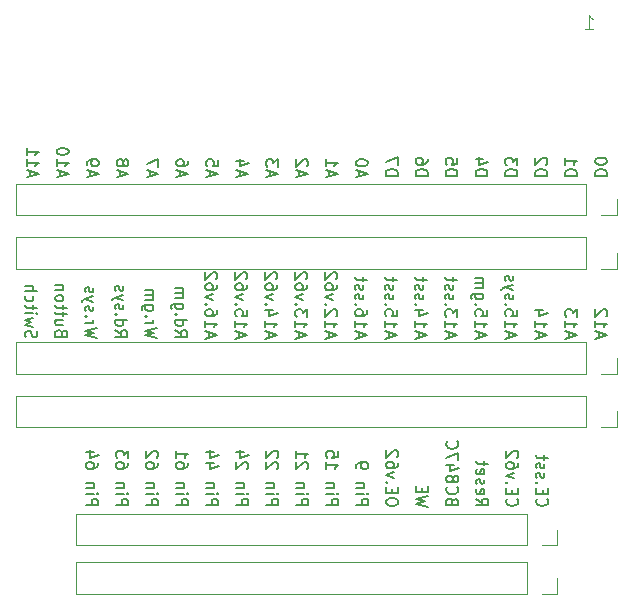
<source format=gbr>
%TF.GenerationSoftware,KiCad,Pcbnew,(6.0.2)*%
%TF.CreationDate,2022-11-18T22:33:18-06:00*%
%TF.ProjectId,REF1395A Optimized,52454631-3339-4354-9120-4f7074696d69,rev?*%
%TF.SameCoordinates,Original*%
%TF.FileFunction,Legend,Bot*%
%TF.FilePolarity,Positive*%
%FSLAX46Y46*%
G04 Gerber Fmt 4.6, Leading zero omitted, Abs format (unit mm)*
G04 Created by KiCad (PCBNEW (6.0.2)) date 2022-11-18 22:33:18*
%MOMM*%
%LPD*%
G01*
G04 APERTURE LIST*
%ADD10C,0.150000*%
%ADD11C,0.101600*%
%ADD12C,0.120000*%
G04 APERTURE END LIST*
D10*
X140684916Y-108490475D02*
X140684916Y-108014285D01*
X140399202Y-108585713D02*
X141399202Y-108252380D01*
X140399202Y-107919047D01*
X140399202Y-107061904D02*
X140399202Y-107633332D01*
X140399202Y-107347618D02*
X141399202Y-107347618D01*
X141256344Y-107442856D01*
X141161106Y-107538094D01*
X141113487Y-107633332D01*
X141065868Y-106204761D02*
X140399202Y-106204761D01*
X141446821Y-106442856D02*
X140732535Y-106680951D01*
X140732535Y-106061904D01*
X140494440Y-105680951D02*
X140446821Y-105633332D01*
X140399202Y-105680951D01*
X140446821Y-105728571D01*
X140494440Y-105680951D01*
X140399202Y-105680951D01*
X141065868Y-105299999D02*
X140399202Y-105061904D01*
X141065868Y-104823809D01*
X141399202Y-104014285D02*
X141399202Y-104204761D01*
X141351583Y-104299999D01*
X141303963Y-104347618D01*
X141161106Y-104442856D01*
X140970630Y-104490475D01*
X140589678Y-104490475D01*
X140494440Y-104442856D01*
X140446821Y-104395237D01*
X140399202Y-104299999D01*
X140399202Y-104109523D01*
X140446821Y-104014285D01*
X140494440Y-103966666D01*
X140589678Y-103919047D01*
X140827773Y-103919047D01*
X140923011Y-103966666D01*
X140970630Y-104014285D01*
X141018249Y-104109523D01*
X141018249Y-104299999D01*
X140970630Y-104395237D01*
X140923011Y-104442856D01*
X140827773Y-104490475D01*
X141303963Y-103538094D02*
X141351583Y-103490475D01*
X141399202Y-103395237D01*
X141399202Y-103157142D01*
X141351583Y-103061904D01*
X141303963Y-103014285D01*
X141208725Y-102966666D01*
X141113487Y-102966666D01*
X140970630Y-103014285D01*
X140399202Y-103585713D01*
X140399202Y-102966666D01*
X150592520Y-94804095D02*
X151592520Y-94804095D01*
X151592520Y-94566000D01*
X151544901Y-94423142D01*
X151449662Y-94327904D01*
X151354424Y-94280285D01*
X151163948Y-94232666D01*
X151021091Y-94232666D01*
X150830615Y-94280285D01*
X150735377Y-94327904D01*
X150640139Y-94423142D01*
X150592520Y-94566000D01*
X150592520Y-94804095D01*
X151592520Y-93899333D02*
X151592520Y-93232666D01*
X150592520Y-93661238D01*
X150840704Y-108490476D02*
X150840704Y-108014286D01*
X150554990Y-108585714D02*
X151554990Y-108252381D01*
X150554990Y-107919047D01*
X150554990Y-107061905D02*
X150554990Y-107633333D01*
X150554990Y-107347619D02*
X151554990Y-107347619D01*
X151412132Y-107442857D01*
X151316894Y-107538095D01*
X151269275Y-107633333D01*
X151554990Y-106157143D02*
X151554990Y-106633333D01*
X151078799Y-106680952D01*
X151126418Y-106633333D01*
X151174037Y-106538095D01*
X151174037Y-106300000D01*
X151126418Y-106204762D01*
X151078799Y-106157143D01*
X150983561Y-106109524D01*
X150745466Y-106109524D01*
X150650228Y-106157143D01*
X150602609Y-106204762D01*
X150554990Y-106300000D01*
X150554990Y-106538095D01*
X150602609Y-106633333D01*
X150650228Y-106680952D01*
X150650228Y-105680952D02*
X150602609Y-105633333D01*
X150554990Y-105680952D01*
X150602609Y-105728571D01*
X150650228Y-105680952D01*
X150554990Y-105680952D01*
X150602609Y-105252381D02*
X150554990Y-105157143D01*
X150554990Y-104966667D01*
X150602609Y-104871428D01*
X150697847Y-104823809D01*
X150745466Y-104823809D01*
X150840704Y-104871428D01*
X150888323Y-104966667D01*
X150888323Y-105109524D01*
X150935942Y-105204762D01*
X151031180Y-105252381D01*
X151078799Y-105252381D01*
X151174037Y-105204762D01*
X151221656Y-105109524D01*
X151221656Y-104966667D01*
X151174037Y-104871428D01*
X150602609Y-104442857D02*
X150554990Y-104347619D01*
X150554990Y-104157143D01*
X150602609Y-104061905D01*
X150697847Y-104014286D01*
X150745466Y-104014286D01*
X150840704Y-104061905D01*
X150888323Y-104157143D01*
X150888323Y-104300000D01*
X150935942Y-104395238D01*
X151031180Y-104442857D01*
X151078799Y-104442857D01*
X151174037Y-104395238D01*
X151221656Y-104300000D01*
X151221656Y-104157143D01*
X151174037Y-104061905D01*
X151221656Y-103728571D02*
X151221656Y-103347619D01*
X151554990Y-103585714D02*
X150697847Y-103585714D01*
X150602609Y-103538095D01*
X150554990Y-103442857D01*
X150554990Y-103347619D01*
X145553888Y-122712619D02*
X146553888Y-122712619D01*
X146553888Y-122331666D01*
X146506269Y-122236428D01*
X146458649Y-122188809D01*
X146363411Y-122141190D01*
X146220554Y-122141190D01*
X146125316Y-122188809D01*
X146077697Y-122236428D01*
X146030078Y-122331666D01*
X146030078Y-122712619D01*
X145553888Y-121712619D02*
X146220554Y-121712619D01*
X146553888Y-121712619D02*
X146506269Y-121760238D01*
X146458649Y-121712619D01*
X146506269Y-121665000D01*
X146553888Y-121712619D01*
X146458649Y-121712619D01*
X146220554Y-121236428D02*
X145553888Y-121236428D01*
X146125316Y-121236428D02*
X146172935Y-121188809D01*
X146220554Y-121093571D01*
X146220554Y-120950714D01*
X146172935Y-120855476D01*
X146077697Y-120807857D01*
X145553888Y-120807857D01*
X145553888Y-119045952D02*
X145553888Y-119617381D01*
X145553888Y-119331666D02*
X146553888Y-119331666D01*
X146411030Y-119426905D01*
X146315792Y-119522143D01*
X146268173Y-119617381D01*
X146553888Y-118141190D02*
X146553888Y-118617381D01*
X146077697Y-118665000D01*
X146125316Y-118617381D01*
X146172935Y-118522143D01*
X146172935Y-118284047D01*
X146125316Y-118188809D01*
X146077697Y-118141190D01*
X145982459Y-118093571D01*
X145744364Y-118093571D01*
X145649126Y-118141190D01*
X145601507Y-118188809D01*
X145553888Y-118284047D01*
X145553888Y-118522143D01*
X145601507Y-118617381D01*
X145649126Y-118665000D01*
X160721148Y-94804095D02*
X161721148Y-94804095D01*
X161721148Y-94566000D01*
X161673529Y-94423142D01*
X161578290Y-94327904D01*
X161483052Y-94280285D01*
X161292576Y-94232666D01*
X161149719Y-94232666D01*
X160959243Y-94280285D01*
X160864005Y-94327904D01*
X160768767Y-94423142D01*
X160721148Y-94566000D01*
X160721148Y-94804095D01*
X161721148Y-93899333D02*
X161721148Y-93280285D01*
X161340195Y-93613619D01*
X161340195Y-93470761D01*
X161292576Y-93375523D01*
X161244957Y-93327904D01*
X161149719Y-93280285D01*
X160911624Y-93280285D01*
X160816386Y-93327904D01*
X160768767Y-93375523D01*
X160721148Y-93470761D01*
X160721148Y-93756476D01*
X160768767Y-93851714D01*
X160816386Y-93899333D01*
X145813920Y-94851713D02*
X145813920Y-94375523D01*
X145528206Y-94946951D02*
X146528206Y-94613618D01*
X145528206Y-94280285D01*
X145528206Y-93423142D02*
X145528206Y-93994570D01*
X145528206Y-93708856D02*
X146528206Y-93708856D01*
X146385348Y-93804094D01*
X146290110Y-93899332D01*
X146242491Y-93994570D01*
X148301757Y-108490476D02*
X148301757Y-108014286D01*
X148016043Y-108585714D02*
X149016043Y-108252381D01*
X148016043Y-107919047D01*
X148016043Y-107061905D02*
X148016043Y-107633333D01*
X148016043Y-107347619D02*
X149016043Y-107347619D01*
X148873185Y-107442857D01*
X148777947Y-107538095D01*
X148730328Y-107633333D01*
X149016043Y-106204762D02*
X149016043Y-106395238D01*
X148968424Y-106490476D01*
X148920804Y-106538095D01*
X148777947Y-106633333D01*
X148587471Y-106680952D01*
X148206519Y-106680952D01*
X148111281Y-106633333D01*
X148063662Y-106585714D01*
X148016043Y-106490476D01*
X148016043Y-106300000D01*
X148063662Y-106204762D01*
X148111281Y-106157143D01*
X148206519Y-106109524D01*
X148444614Y-106109524D01*
X148539852Y-106157143D01*
X148587471Y-106204762D01*
X148635090Y-106300000D01*
X148635090Y-106490476D01*
X148587471Y-106585714D01*
X148539852Y-106633333D01*
X148444614Y-106680952D01*
X148111281Y-105680952D02*
X148063662Y-105633333D01*
X148016043Y-105680952D01*
X148063662Y-105728571D01*
X148111281Y-105680952D01*
X148016043Y-105680952D01*
X148063662Y-105252381D02*
X148016043Y-105157143D01*
X148016043Y-104966667D01*
X148063662Y-104871428D01*
X148158900Y-104823809D01*
X148206519Y-104823809D01*
X148301757Y-104871428D01*
X148349376Y-104966667D01*
X148349376Y-105109524D01*
X148396995Y-105204762D01*
X148492233Y-105252381D01*
X148539852Y-105252381D01*
X148635090Y-105204762D01*
X148682709Y-105109524D01*
X148682709Y-104966667D01*
X148635090Y-104871428D01*
X148063662Y-104442857D02*
X148016043Y-104347619D01*
X148016043Y-104157143D01*
X148063662Y-104061905D01*
X148158900Y-104014286D01*
X148206519Y-104014286D01*
X148301757Y-104061905D01*
X148349376Y-104157143D01*
X148349376Y-104300000D01*
X148396995Y-104395238D01*
X148492233Y-104442857D01*
X148539852Y-104442857D01*
X148635090Y-104395238D01*
X148682709Y-104300000D01*
X148682709Y-104157143D01*
X148635090Y-104061905D01*
X148682709Y-103728571D02*
X148682709Y-103347619D01*
X149016043Y-103585714D02*
X148158900Y-103585714D01*
X148063662Y-103538095D01*
X148016043Y-103442857D01*
X148016043Y-103347619D01*
X135607022Y-108490475D02*
X135607022Y-108014285D01*
X135321308Y-108585713D02*
X136321308Y-108252380D01*
X135321308Y-107919047D01*
X135321308Y-107061904D02*
X135321308Y-107633332D01*
X135321308Y-107347618D02*
X136321308Y-107347618D01*
X136178450Y-107442856D01*
X136083212Y-107538094D01*
X136035593Y-107633332D01*
X136321308Y-106204761D02*
X136321308Y-106395237D01*
X136273689Y-106490475D01*
X136226069Y-106538094D01*
X136083212Y-106633332D01*
X135892736Y-106680951D01*
X135511784Y-106680951D01*
X135416546Y-106633332D01*
X135368927Y-106585713D01*
X135321308Y-106490475D01*
X135321308Y-106299999D01*
X135368927Y-106204761D01*
X135416546Y-106157142D01*
X135511784Y-106109523D01*
X135749879Y-106109523D01*
X135845117Y-106157142D01*
X135892736Y-106204761D01*
X135940355Y-106299999D01*
X135940355Y-106490475D01*
X135892736Y-106585713D01*
X135845117Y-106633332D01*
X135749879Y-106680951D01*
X135416546Y-105680951D02*
X135368927Y-105633332D01*
X135321308Y-105680951D01*
X135368927Y-105728571D01*
X135416546Y-105680951D01*
X135321308Y-105680951D01*
X135987974Y-105299999D02*
X135321308Y-105061904D01*
X135987974Y-104823809D01*
X136321308Y-104014285D02*
X136321308Y-104204761D01*
X136273689Y-104299999D01*
X136226069Y-104347618D01*
X136083212Y-104442856D01*
X135892736Y-104490475D01*
X135511784Y-104490475D01*
X135416546Y-104442856D01*
X135368927Y-104395237D01*
X135321308Y-104299999D01*
X135321308Y-104109523D01*
X135368927Y-104014285D01*
X135416546Y-103966666D01*
X135511784Y-103919047D01*
X135749879Y-103919047D01*
X135845117Y-103966666D01*
X135892736Y-104014285D01*
X135940355Y-104109523D01*
X135940355Y-104299999D01*
X135892736Y-104395237D01*
X135845117Y-104442856D01*
X135749879Y-104490475D01*
X136226069Y-103538094D02*
X136273689Y-103490475D01*
X136321308Y-103395237D01*
X136321308Y-103157142D01*
X136273689Y-103061904D01*
X136226069Y-103014285D01*
X136130831Y-102966666D01*
X136035593Y-102966666D01*
X135892736Y-103014285D01*
X135321308Y-103585713D01*
X135321308Y-102966666D01*
X127770157Y-122712619D02*
X128770157Y-122712619D01*
X128770157Y-122331666D01*
X128722538Y-122236428D01*
X128674918Y-122188809D01*
X128579680Y-122141190D01*
X128436823Y-122141190D01*
X128341585Y-122188809D01*
X128293966Y-122236428D01*
X128246347Y-122331666D01*
X128246347Y-122712619D01*
X127770157Y-121712619D02*
X128436823Y-121712619D01*
X128770157Y-121712619D02*
X128722538Y-121760238D01*
X128674918Y-121712619D01*
X128722538Y-121665000D01*
X128770157Y-121712619D01*
X128674918Y-121712619D01*
X128436823Y-121236428D02*
X127770157Y-121236428D01*
X128341585Y-121236428D02*
X128389204Y-121188809D01*
X128436823Y-121093571D01*
X128436823Y-120950714D01*
X128389204Y-120855476D01*
X128293966Y-120807857D01*
X127770157Y-120807857D01*
X128770157Y-119141190D02*
X128770157Y-119331666D01*
X128722538Y-119426905D01*
X128674918Y-119474524D01*
X128532061Y-119569762D01*
X128341585Y-119617381D01*
X127960633Y-119617381D01*
X127865395Y-119569762D01*
X127817776Y-119522143D01*
X127770157Y-119426905D01*
X127770157Y-119236428D01*
X127817776Y-119141190D01*
X127865395Y-119093571D01*
X127960633Y-119045952D01*
X128198728Y-119045952D01*
X128293966Y-119093571D01*
X128341585Y-119141190D01*
X128389204Y-119236428D01*
X128389204Y-119426905D01*
X128341585Y-119522143D01*
X128293966Y-119569762D01*
X128198728Y-119617381D01*
X128770157Y-118712619D02*
X128770157Y-118093571D01*
X128389204Y-118426905D01*
X128389204Y-118284047D01*
X128341585Y-118188809D01*
X128293966Y-118141190D01*
X128198728Y-118093571D01*
X127960633Y-118093571D01*
X127865395Y-118141190D01*
X127817776Y-118188809D01*
X127770157Y-118284047D01*
X127770157Y-118569762D01*
X127817776Y-118665000D01*
X127865395Y-118712619D01*
X135685292Y-94851713D02*
X135685292Y-94375523D01*
X135399578Y-94946951D02*
X136399578Y-94613618D01*
X135399578Y-94280285D01*
X136399578Y-93470761D02*
X136399578Y-93946951D01*
X135923387Y-93994570D01*
X135971006Y-93946951D01*
X136018625Y-93851713D01*
X136018625Y-93613618D01*
X135971006Y-93518380D01*
X135923387Y-93470761D01*
X135828149Y-93423142D01*
X135590054Y-93423142D01*
X135494816Y-93470761D01*
X135447197Y-93518380D01*
X135399578Y-93613618D01*
X135399578Y-93851713D01*
X135447197Y-93946951D01*
X135494816Y-93994570D01*
X168317619Y-94804095D02*
X169317619Y-94804095D01*
X169317619Y-94566000D01*
X169270000Y-94423142D01*
X169174761Y-94327904D01*
X169079523Y-94280285D01*
X168889047Y-94232666D01*
X168746190Y-94232666D01*
X168555714Y-94280285D01*
X168460476Y-94327904D01*
X168365238Y-94423142D01*
X168317619Y-94566000D01*
X168317619Y-94804095D01*
X169317619Y-93613619D02*
X169317619Y-93518380D01*
X169270000Y-93423142D01*
X169222380Y-93375523D01*
X169127142Y-93327904D01*
X168936666Y-93280285D01*
X168698571Y-93280285D01*
X168508095Y-93327904D01*
X168412857Y-93375523D01*
X168365238Y-93423142D01*
X168317619Y-93518380D01*
X168317619Y-93613619D01*
X168365238Y-93708857D01*
X168412857Y-93756476D01*
X168508095Y-93804095D01*
X168698571Y-93851714D01*
X168936666Y-93851714D01*
X169127142Y-93804095D01*
X169222380Y-93756476D01*
X169270000Y-93708857D01*
X169317619Y-93613619D01*
X138217449Y-94851713D02*
X138217449Y-94375523D01*
X137931735Y-94946951D02*
X138931735Y-94613618D01*
X137931735Y-94280285D01*
X138598401Y-93518380D02*
X137931735Y-93518380D01*
X138979354Y-93756475D02*
X138265068Y-93994570D01*
X138265068Y-93375523D01*
X130310690Y-122712619D02*
X131310690Y-122712619D01*
X131310690Y-122331666D01*
X131263071Y-122236428D01*
X131215451Y-122188809D01*
X131120213Y-122141190D01*
X130977356Y-122141190D01*
X130882118Y-122188809D01*
X130834499Y-122236428D01*
X130786880Y-122331666D01*
X130786880Y-122712619D01*
X130310690Y-121712619D02*
X130977356Y-121712619D01*
X131310690Y-121712619D02*
X131263071Y-121760238D01*
X131215451Y-121712619D01*
X131263071Y-121665000D01*
X131310690Y-121712619D01*
X131215451Y-121712619D01*
X130977356Y-121236428D02*
X130310690Y-121236428D01*
X130882118Y-121236428D02*
X130929737Y-121188809D01*
X130977356Y-121093571D01*
X130977356Y-120950714D01*
X130929737Y-120855476D01*
X130834499Y-120807857D01*
X130310690Y-120807857D01*
X131310690Y-119141190D02*
X131310690Y-119331666D01*
X131263071Y-119426905D01*
X131215451Y-119474524D01*
X131072594Y-119569762D01*
X130882118Y-119617381D01*
X130501166Y-119617381D01*
X130405928Y-119569762D01*
X130358309Y-119522143D01*
X130310690Y-119426905D01*
X130310690Y-119236428D01*
X130358309Y-119141190D01*
X130405928Y-119093571D01*
X130501166Y-119045952D01*
X130739261Y-119045952D01*
X130834499Y-119093571D01*
X130882118Y-119141190D01*
X130929737Y-119236428D01*
X130929737Y-119426905D01*
X130882118Y-119522143D01*
X130834499Y-119569762D01*
X130739261Y-119617381D01*
X131215451Y-118665000D02*
X131263071Y-118617381D01*
X131310690Y-118522143D01*
X131310690Y-118284047D01*
X131263071Y-118188809D01*
X131215451Y-118141190D01*
X131120213Y-118093571D01*
X131024975Y-118093571D01*
X130882118Y-118141190D01*
X130310690Y-118712619D01*
X130310690Y-118093571D01*
X160892324Y-122141190D02*
X160844705Y-122188809D01*
X160797086Y-122331666D01*
X160797086Y-122426905D01*
X160844705Y-122569762D01*
X160939943Y-122665000D01*
X161035181Y-122712619D01*
X161225657Y-122760238D01*
X161368514Y-122760238D01*
X161558990Y-122712619D01*
X161654228Y-122665000D01*
X161749467Y-122569762D01*
X161797086Y-122426905D01*
X161797086Y-122331666D01*
X161749467Y-122188809D01*
X161701847Y-122141190D01*
X161320895Y-121712619D02*
X161320895Y-121379285D01*
X160797086Y-121236428D02*
X160797086Y-121712619D01*
X161797086Y-121712619D01*
X161797086Y-121236428D01*
X160892324Y-120807857D02*
X160844705Y-120760238D01*
X160797086Y-120807857D01*
X160844705Y-120855476D01*
X160892324Y-120807857D01*
X160797086Y-120807857D01*
X161463752Y-120426905D02*
X160797086Y-120188809D01*
X161463752Y-119950714D01*
X161797086Y-119141190D02*
X161797086Y-119331666D01*
X161749467Y-119426905D01*
X161701847Y-119474524D01*
X161558990Y-119569762D01*
X161368514Y-119617381D01*
X160987562Y-119617381D01*
X160892324Y-119569762D01*
X160844705Y-119522143D01*
X160797086Y-119426905D01*
X160797086Y-119236428D01*
X160844705Y-119141190D01*
X160892324Y-119093571D01*
X160987562Y-119045952D01*
X161225657Y-119045952D01*
X161320895Y-119093571D01*
X161368514Y-119141190D01*
X161416133Y-119236428D01*
X161416133Y-119426905D01*
X161368514Y-119522143D01*
X161320895Y-119569762D01*
X161225657Y-119617381D01*
X161701847Y-118665000D02*
X161749467Y-118617381D01*
X161797086Y-118522143D01*
X161797086Y-118284047D01*
X161749467Y-118188809D01*
X161701847Y-118141190D01*
X161606609Y-118093571D01*
X161511371Y-118093571D01*
X161368514Y-118141190D01*
X160797086Y-118712619D01*
X160797086Y-118093571D01*
X148094421Y-122712618D02*
X149094421Y-122712618D01*
X149094421Y-122331666D01*
X149046802Y-122236428D01*
X148999182Y-122188809D01*
X148903944Y-122141190D01*
X148761087Y-122141190D01*
X148665849Y-122188809D01*
X148618230Y-122236428D01*
X148570611Y-122331666D01*
X148570611Y-122712618D01*
X148094421Y-121712618D02*
X148761087Y-121712618D01*
X149094421Y-121712618D02*
X149046802Y-121760237D01*
X148999182Y-121712618D01*
X149046802Y-121664999D01*
X149094421Y-121712618D01*
X148999182Y-121712618D01*
X148761087Y-121236428D02*
X148094421Y-121236428D01*
X148665849Y-121236428D02*
X148713468Y-121188809D01*
X148761087Y-121093571D01*
X148761087Y-120950714D01*
X148713468Y-120855475D01*
X148618230Y-120807856D01*
X148094421Y-120807856D01*
X148094421Y-119522142D02*
X148094421Y-119331666D01*
X148142040Y-119236428D01*
X148189659Y-119188809D01*
X148332516Y-119093571D01*
X148522992Y-119045952D01*
X148903944Y-119045952D01*
X148999182Y-119093571D01*
X149046802Y-119141190D01*
X149094421Y-119236428D01*
X149094421Y-119426904D01*
X149046802Y-119522142D01*
X148999182Y-119569761D01*
X148903944Y-119617380D01*
X148665849Y-119617380D01*
X148570611Y-119569761D01*
X148522992Y-119522142D01*
X148475373Y-119426904D01*
X148475373Y-119236428D01*
X148522992Y-119141190D01*
X148570611Y-119093571D01*
X148665849Y-119045952D01*
X154175487Y-122807857D02*
X153175487Y-122569762D01*
X153889772Y-122379285D01*
X153175487Y-122188809D01*
X154175487Y-121950714D01*
X153699296Y-121569762D02*
X153699296Y-121236428D01*
X153175487Y-121093571D02*
X153175487Y-121569762D01*
X154175487Y-121569762D01*
X154175487Y-121093571D01*
X132782361Y-107871428D02*
X133258551Y-108204761D01*
X132782361Y-108442856D02*
X133782361Y-108442856D01*
X133782361Y-108061904D01*
X133734742Y-107966666D01*
X133687122Y-107919047D01*
X133591884Y-107871428D01*
X133449027Y-107871428D01*
X133353789Y-107919047D01*
X133306170Y-107966666D01*
X133258551Y-108061904D01*
X133258551Y-108442856D01*
X132782361Y-107014285D02*
X133782361Y-107014285D01*
X132829980Y-107014285D02*
X132782361Y-107109523D01*
X132782361Y-107299999D01*
X132829980Y-107395237D01*
X132877599Y-107442856D01*
X132972837Y-107490475D01*
X133258551Y-107490475D01*
X133353789Y-107442856D01*
X133401408Y-107395237D01*
X133449027Y-107299999D01*
X133449027Y-107109523D01*
X133401408Y-107014285D01*
X132877599Y-106538094D02*
X132829980Y-106490475D01*
X132782361Y-106538094D01*
X132829980Y-106585713D01*
X132877599Y-106538094D01*
X132782361Y-106538094D01*
X133449027Y-105633332D02*
X132639503Y-105633332D01*
X132544265Y-105680951D01*
X132496646Y-105728570D01*
X132449027Y-105823808D01*
X132449027Y-105966666D01*
X132496646Y-106061904D01*
X132829980Y-105633332D02*
X132782361Y-105728570D01*
X132782361Y-105919047D01*
X132829980Y-106014285D01*
X132877599Y-106061904D01*
X132972837Y-106109523D01*
X133258551Y-106109523D01*
X133353789Y-106061904D01*
X133401408Y-106014285D01*
X133449027Y-105919047D01*
X133449027Y-105728570D01*
X133401408Y-105633332D01*
X132782361Y-105157142D02*
X133449027Y-105157142D01*
X133353789Y-105157142D02*
X133401408Y-105109523D01*
X133449027Y-105014285D01*
X133449027Y-104871428D01*
X133401408Y-104776189D01*
X133306170Y-104728570D01*
X132782361Y-104728570D01*
X133306170Y-104728570D02*
X133401408Y-104680951D01*
X133449027Y-104585713D01*
X133449027Y-104442856D01*
X133401408Y-104347618D01*
X133306170Y-104299999D01*
X132782361Y-104299999D01*
X143281763Y-94851713D02*
X143281763Y-94375523D01*
X142996049Y-94946951D02*
X143996049Y-94613618D01*
X142996049Y-94280285D01*
X143900810Y-93994570D02*
X143948430Y-93946951D01*
X143996049Y-93851713D01*
X143996049Y-93613618D01*
X143948430Y-93518380D01*
X143900810Y-93470761D01*
X143805572Y-93423142D01*
X143710334Y-93423142D01*
X143567477Y-93470761D01*
X142996049Y-94042189D01*
X142996049Y-93423142D01*
X140472822Y-122712619D02*
X141472822Y-122712619D01*
X141472822Y-122331666D01*
X141425203Y-122236428D01*
X141377583Y-122188809D01*
X141282345Y-122141190D01*
X141139488Y-122141190D01*
X141044250Y-122188809D01*
X140996631Y-122236428D01*
X140949012Y-122331666D01*
X140949012Y-122712619D01*
X140472822Y-121712619D02*
X141139488Y-121712619D01*
X141472822Y-121712619D02*
X141425203Y-121760238D01*
X141377583Y-121712619D01*
X141425203Y-121665000D01*
X141472822Y-121712619D01*
X141377583Y-121712619D01*
X141139488Y-121236428D02*
X140472822Y-121236428D01*
X141044250Y-121236428D02*
X141091869Y-121188809D01*
X141139488Y-121093571D01*
X141139488Y-120950714D01*
X141091869Y-120855476D01*
X140996631Y-120807857D01*
X140472822Y-120807857D01*
X141377583Y-119617381D02*
X141425203Y-119569762D01*
X141472822Y-119474524D01*
X141472822Y-119236428D01*
X141425203Y-119141190D01*
X141377583Y-119093571D01*
X141282345Y-119045952D01*
X141187107Y-119045952D01*
X141044250Y-119093571D01*
X140472822Y-119665000D01*
X140472822Y-119045952D01*
X141377583Y-118665000D02*
X141425203Y-118617381D01*
X141472822Y-118522143D01*
X141472822Y-118284047D01*
X141425203Y-118188809D01*
X141377583Y-118141190D01*
X141282345Y-118093571D01*
X141187107Y-118093571D01*
X141044250Y-118141190D01*
X140472822Y-118712619D01*
X140472822Y-118093571D01*
X158256553Y-122141190D02*
X158732743Y-122474523D01*
X158256553Y-122712618D02*
X159256553Y-122712618D01*
X159256553Y-122331666D01*
X159208934Y-122236428D01*
X159161314Y-122188809D01*
X159066076Y-122141190D01*
X158923219Y-122141190D01*
X158827981Y-122188809D01*
X158780362Y-122236428D01*
X158732743Y-122331666D01*
X158732743Y-122712618D01*
X158304172Y-121331666D02*
X158256553Y-121426904D01*
X158256553Y-121617380D01*
X158304172Y-121712618D01*
X158399410Y-121760237D01*
X158780362Y-121760237D01*
X158875600Y-121712618D01*
X158923219Y-121617380D01*
X158923219Y-121426904D01*
X158875600Y-121331666D01*
X158780362Y-121284047D01*
X158685124Y-121284047D01*
X158589886Y-121760237D01*
X158304172Y-120903095D02*
X158256553Y-120807856D01*
X158256553Y-120617380D01*
X158304172Y-120522142D01*
X158399410Y-120474523D01*
X158447029Y-120474523D01*
X158542267Y-120522142D01*
X158589886Y-120617380D01*
X158589886Y-120760237D01*
X158637505Y-120855475D01*
X158732743Y-120903095D01*
X158780362Y-120903095D01*
X158875600Y-120855475D01*
X158923219Y-120760237D01*
X158923219Y-120617380D01*
X158875600Y-120522142D01*
X158304172Y-119664999D02*
X158256553Y-119760237D01*
X158256553Y-119950714D01*
X158304172Y-120045952D01*
X158399410Y-120093571D01*
X158780362Y-120093571D01*
X158875600Y-120045952D01*
X158923219Y-119950714D01*
X158923219Y-119760237D01*
X158875600Y-119664999D01*
X158780362Y-119617380D01*
X158685124Y-119617380D01*
X158589886Y-120093571D01*
X158923219Y-119331666D02*
X158923219Y-118950714D01*
X159256553Y-119188809D02*
X158399410Y-119188809D01*
X158304172Y-119141190D01*
X158256553Y-119045952D01*
X158256553Y-118950714D01*
X158457545Y-108490476D02*
X158457545Y-108014285D01*
X158171831Y-108585714D02*
X159171831Y-108252380D01*
X158171831Y-107919047D01*
X158171831Y-107061904D02*
X158171831Y-107633333D01*
X158171831Y-107347618D02*
X159171831Y-107347618D01*
X159028973Y-107442857D01*
X158933735Y-107538095D01*
X158886116Y-107633333D01*
X159171831Y-106157142D02*
X159171831Y-106633333D01*
X158695640Y-106680952D01*
X158743259Y-106633333D01*
X158790878Y-106538095D01*
X158790878Y-106299999D01*
X158743259Y-106204761D01*
X158695640Y-106157142D01*
X158600402Y-106109523D01*
X158362307Y-106109523D01*
X158267069Y-106157142D01*
X158219450Y-106204761D01*
X158171831Y-106299999D01*
X158171831Y-106538095D01*
X158219450Y-106633333D01*
X158267069Y-106680952D01*
X158267069Y-105680952D02*
X158219450Y-105633333D01*
X158171831Y-105680952D01*
X158219450Y-105728571D01*
X158267069Y-105680952D01*
X158171831Y-105680952D01*
X158838497Y-104776190D02*
X158028973Y-104776190D01*
X157933735Y-104823809D01*
X157886116Y-104871428D01*
X157838497Y-104966666D01*
X157838497Y-105109523D01*
X157886116Y-105204761D01*
X158219450Y-104776190D02*
X158171831Y-104871428D01*
X158171831Y-105061904D01*
X158219450Y-105157142D01*
X158267069Y-105204761D01*
X158362307Y-105252380D01*
X158648021Y-105252380D01*
X158743259Y-105204761D01*
X158790878Y-105157142D01*
X158838497Y-105061904D01*
X158838497Y-104871428D01*
X158790878Y-104776190D01*
X158171831Y-104299999D02*
X158838497Y-104299999D01*
X158743259Y-104299999D02*
X158790878Y-104252380D01*
X158838497Y-104157142D01*
X158838497Y-104014285D01*
X158790878Y-103919047D01*
X158695640Y-103871428D01*
X158171831Y-103871428D01*
X158695640Y-103871428D02*
X158790878Y-103823809D01*
X158838497Y-103728571D01*
X158838497Y-103585714D01*
X158790878Y-103490476D01*
X158695640Y-103442857D01*
X158171831Y-103442857D01*
X130620978Y-94851713D02*
X130620978Y-94375523D01*
X130335264Y-94946951D02*
X131335264Y-94613618D01*
X130335264Y-94280285D01*
X131335264Y-94042189D02*
X131335264Y-93375523D01*
X130335264Y-93804094D01*
X120492333Y-94851714D02*
X120492333Y-94375523D01*
X120206619Y-94946952D02*
X121206619Y-94613618D01*
X120206619Y-94280285D01*
X120206619Y-93423142D02*
X120206619Y-93994571D01*
X120206619Y-93708857D02*
X121206619Y-93708857D01*
X121063761Y-93804095D01*
X120968523Y-93899333D01*
X120920904Y-93994571D01*
X120206619Y-92470761D02*
X120206619Y-93042190D01*
X120206619Y-92756476D02*
X121206619Y-92756476D01*
X121063761Y-92851714D01*
X120968523Y-92946952D01*
X120920904Y-93042190D01*
X120135238Y-108490475D02*
X120087619Y-108347618D01*
X120087619Y-108109523D01*
X120135238Y-108014285D01*
X120182857Y-107966666D01*
X120278095Y-107919047D01*
X120373333Y-107919047D01*
X120468571Y-107966666D01*
X120516190Y-108014285D01*
X120563809Y-108109523D01*
X120611428Y-108299999D01*
X120659047Y-108395237D01*
X120706666Y-108442856D01*
X120801904Y-108490475D01*
X120897142Y-108490475D01*
X120992380Y-108442856D01*
X121040000Y-108395237D01*
X121087619Y-108299999D01*
X121087619Y-108061904D01*
X121040000Y-107919047D01*
X120754285Y-107585713D02*
X120087619Y-107395237D01*
X120563809Y-107204761D01*
X120087619Y-107014285D01*
X120754285Y-106823809D01*
X120087619Y-106442856D02*
X120754285Y-106442856D01*
X121087619Y-106442856D02*
X121040000Y-106490475D01*
X120992380Y-106442856D01*
X121040000Y-106395237D01*
X121087619Y-106442856D01*
X120992380Y-106442856D01*
X120754285Y-106109523D02*
X120754285Y-105728570D01*
X121087619Y-105966666D02*
X120230476Y-105966666D01*
X120135238Y-105919047D01*
X120087619Y-105823809D01*
X120087619Y-105728570D01*
X120135238Y-104966666D02*
X120087619Y-105061904D01*
X120087619Y-105252380D01*
X120135238Y-105347618D01*
X120182857Y-105395237D01*
X120278095Y-105442856D01*
X120563809Y-105442856D01*
X120659047Y-105395237D01*
X120706666Y-105347618D01*
X120754285Y-105252380D01*
X120754285Y-105061904D01*
X120706666Y-104966666D01*
X120087619Y-104538094D02*
X121087619Y-104538094D01*
X120087619Y-104109523D02*
X120611428Y-104109523D01*
X120706666Y-104157142D01*
X120754285Y-104252380D01*
X120754285Y-104395237D01*
X120706666Y-104490475D01*
X120659047Y-104538094D01*
X135391756Y-122712619D02*
X136391756Y-122712619D01*
X136391756Y-122331666D01*
X136344137Y-122236428D01*
X136296517Y-122188809D01*
X136201279Y-122141190D01*
X136058422Y-122141190D01*
X135963184Y-122188809D01*
X135915565Y-122236428D01*
X135867946Y-122331666D01*
X135867946Y-122712619D01*
X135391756Y-121712619D02*
X136058422Y-121712619D01*
X136391756Y-121712619D02*
X136344137Y-121760238D01*
X136296517Y-121712619D01*
X136344137Y-121665000D01*
X136391756Y-121712619D01*
X136296517Y-121712619D01*
X136058422Y-121236428D02*
X135391756Y-121236428D01*
X135963184Y-121236428D02*
X136010803Y-121188809D01*
X136058422Y-121093571D01*
X136058422Y-120950714D01*
X136010803Y-120855476D01*
X135915565Y-120807857D01*
X135391756Y-120807857D01*
X136058422Y-119141190D02*
X135391756Y-119141190D01*
X136439375Y-119379285D02*
X135725089Y-119617381D01*
X135725089Y-118998333D01*
X136058422Y-118188809D02*
X135391756Y-118188809D01*
X136439375Y-118426905D02*
X135725089Y-118665000D01*
X135725089Y-118045952D01*
X132851223Y-122712619D02*
X133851223Y-122712619D01*
X133851223Y-122331666D01*
X133803604Y-122236428D01*
X133755984Y-122188809D01*
X133660746Y-122141190D01*
X133517889Y-122141190D01*
X133422651Y-122188809D01*
X133375032Y-122236428D01*
X133327413Y-122331666D01*
X133327413Y-122712619D01*
X132851223Y-121712619D02*
X133517889Y-121712619D01*
X133851223Y-121712619D02*
X133803604Y-121760238D01*
X133755984Y-121712619D01*
X133803604Y-121665000D01*
X133851223Y-121712619D01*
X133755984Y-121712619D01*
X133517889Y-121236428D02*
X132851223Y-121236428D01*
X133422651Y-121236428D02*
X133470270Y-121188809D01*
X133517889Y-121093571D01*
X133517889Y-120950714D01*
X133470270Y-120855476D01*
X133375032Y-120807857D01*
X132851223Y-120807857D01*
X133851223Y-119141190D02*
X133851223Y-119331666D01*
X133803604Y-119426905D01*
X133755984Y-119474524D01*
X133613127Y-119569762D01*
X133422651Y-119617381D01*
X133041699Y-119617381D01*
X132946461Y-119569762D01*
X132898842Y-119522143D01*
X132851223Y-119426905D01*
X132851223Y-119236428D01*
X132898842Y-119141190D01*
X132946461Y-119093571D01*
X133041699Y-119045952D01*
X133279794Y-119045952D01*
X133375032Y-119093571D01*
X133422651Y-119141190D01*
X133470270Y-119236428D01*
X133470270Y-119426905D01*
X133422651Y-119522143D01*
X133375032Y-119569762D01*
X133279794Y-119617381D01*
X132851223Y-118093571D02*
X132851223Y-118665000D01*
X132851223Y-118379285D02*
X133851223Y-118379285D01*
X133708365Y-118474524D01*
X133613127Y-118569762D01*
X133565508Y-118665000D01*
X123024507Y-94851714D02*
X123024507Y-94375523D01*
X122738793Y-94946952D02*
X123738793Y-94613618D01*
X122738793Y-94280285D01*
X122738793Y-93423142D02*
X122738793Y-93994571D01*
X122738793Y-93708857D02*
X123738793Y-93708857D01*
X123595935Y-93804095D01*
X123500697Y-93899333D01*
X123453078Y-93994571D01*
X123738793Y-92804095D02*
X123738793Y-92708857D01*
X123691174Y-92613618D01*
X123643554Y-92565999D01*
X123548316Y-92518380D01*
X123357840Y-92470761D01*
X123119745Y-92470761D01*
X122929269Y-92518380D01*
X122834031Y-92565999D01*
X122786412Y-92613618D01*
X122738793Y-92708857D01*
X122738793Y-92804095D01*
X122786412Y-92899333D01*
X122834031Y-92946952D01*
X122929269Y-92994571D01*
X123119745Y-93042190D01*
X123357840Y-93042190D01*
X123548316Y-92994571D01*
X123643554Y-92946952D01*
X123691174Y-92899333D01*
X123738793Y-92804095D01*
X137932289Y-122712619D02*
X138932289Y-122712619D01*
X138932289Y-122331666D01*
X138884670Y-122236428D01*
X138837050Y-122188809D01*
X138741812Y-122141190D01*
X138598955Y-122141190D01*
X138503717Y-122188809D01*
X138456098Y-122236428D01*
X138408479Y-122331666D01*
X138408479Y-122712619D01*
X137932289Y-121712619D02*
X138598955Y-121712619D01*
X138932289Y-121712619D02*
X138884670Y-121760238D01*
X138837050Y-121712619D01*
X138884670Y-121665000D01*
X138932289Y-121712619D01*
X138837050Y-121712619D01*
X138598955Y-121236428D02*
X137932289Y-121236428D01*
X138503717Y-121236428D02*
X138551336Y-121188809D01*
X138598955Y-121093571D01*
X138598955Y-120950714D01*
X138551336Y-120855476D01*
X138456098Y-120807857D01*
X137932289Y-120807857D01*
X138837050Y-119617381D02*
X138884670Y-119569762D01*
X138932289Y-119474524D01*
X138932289Y-119236428D01*
X138884670Y-119141190D01*
X138837050Y-119093571D01*
X138741812Y-119045952D01*
X138646574Y-119045952D01*
X138503717Y-119093571D01*
X137932289Y-119665000D01*
X137932289Y-119045952D01*
X138598955Y-118188809D02*
X137932289Y-118188809D01*
X138979908Y-118426905D02*
X138265622Y-118665000D01*
X138265622Y-118045952D01*
X125556664Y-94851713D02*
X125556664Y-94375523D01*
X125270950Y-94946951D02*
X126270950Y-94613618D01*
X125270950Y-94280285D01*
X125270950Y-93899332D02*
X125270950Y-93708856D01*
X125318569Y-93613618D01*
X125366188Y-93565999D01*
X125509045Y-93470761D01*
X125699521Y-93423142D01*
X126080473Y-93423142D01*
X126175711Y-93470761D01*
X126223331Y-93518380D01*
X126270950Y-93613618D01*
X126270950Y-93804094D01*
X126223331Y-93899332D01*
X126175711Y-93946951D01*
X126080473Y-93994570D01*
X125842378Y-93994570D01*
X125747140Y-93946951D01*
X125699521Y-93899332D01*
X125651902Y-93804094D01*
X125651902Y-93613618D01*
X125699521Y-93518380D01*
X125747140Y-93470761D01*
X125842378Y-93423142D01*
X155656834Y-94804095D02*
X156656834Y-94804095D01*
X156656834Y-94566000D01*
X156609215Y-94423142D01*
X156513976Y-94327904D01*
X156418738Y-94280285D01*
X156228262Y-94232666D01*
X156085405Y-94232666D01*
X155894929Y-94280285D01*
X155799691Y-94327904D01*
X155704453Y-94423142D01*
X155656834Y-94566000D01*
X155656834Y-94804095D01*
X156656834Y-93327904D02*
X156656834Y-93804095D01*
X156180643Y-93851714D01*
X156228262Y-93804095D01*
X156275881Y-93708857D01*
X156275881Y-93470761D01*
X156228262Y-93375523D01*
X156180643Y-93327904D01*
X156085405Y-93280285D01*
X155847310Y-93280285D01*
X155752072Y-93327904D01*
X155704453Y-93375523D01*
X155656834Y-93470761D01*
X155656834Y-93708857D01*
X155704453Y-93804095D01*
X155752072Y-93851714D01*
X166074386Y-108490476D02*
X166074386Y-108014285D01*
X165788672Y-108585714D02*
X166788672Y-108252380D01*
X165788672Y-107919047D01*
X165788672Y-107061904D02*
X165788672Y-107633333D01*
X165788672Y-107347619D02*
X166788672Y-107347619D01*
X166645814Y-107442857D01*
X166550576Y-107538095D01*
X166502957Y-107633333D01*
X166788672Y-106728571D02*
X166788672Y-106109523D01*
X166407719Y-106442857D01*
X166407719Y-106300000D01*
X166360100Y-106204761D01*
X166312481Y-106157142D01*
X166217243Y-106109523D01*
X165979148Y-106109523D01*
X165883910Y-106157142D01*
X165836291Y-106204761D01*
X165788672Y-106300000D01*
X165788672Y-106585714D01*
X165836291Y-106680952D01*
X165883910Y-106728571D01*
X158188991Y-94804095D02*
X159188991Y-94804095D01*
X159188991Y-94566000D01*
X159141372Y-94423142D01*
X159046133Y-94327904D01*
X158950895Y-94280285D01*
X158760419Y-94232666D01*
X158617562Y-94232666D01*
X158427086Y-94280285D01*
X158331848Y-94327904D01*
X158236610Y-94423142D01*
X158188991Y-94566000D01*
X158188991Y-94804095D01*
X158855657Y-93375523D02*
X158188991Y-93375523D01*
X159236610Y-93613619D02*
X158522324Y-93851714D01*
X158522324Y-93232666D01*
X131243414Y-108538095D02*
X130243414Y-108299999D01*
X130957699Y-108109523D01*
X130243414Y-107919047D01*
X131243414Y-107680952D01*
X130243414Y-107299999D02*
X130910080Y-107299999D01*
X130719604Y-107299999D02*
X130814842Y-107252380D01*
X130862461Y-107204761D01*
X130910080Y-107109523D01*
X130910080Y-107014285D01*
X130338652Y-106680952D02*
X130291033Y-106633333D01*
X130243414Y-106680952D01*
X130291033Y-106728571D01*
X130338652Y-106680952D01*
X130243414Y-106680952D01*
X130910080Y-105776190D02*
X130100556Y-105776190D01*
X130005318Y-105823809D01*
X129957699Y-105871428D01*
X129910080Y-105966666D01*
X129910080Y-106109523D01*
X129957699Y-106204761D01*
X130291033Y-105776190D02*
X130243414Y-105871428D01*
X130243414Y-106061904D01*
X130291033Y-106157142D01*
X130338652Y-106204761D01*
X130433890Y-106252380D01*
X130719604Y-106252380D01*
X130814842Y-106204761D01*
X130862461Y-106157142D01*
X130910080Y-106061904D01*
X130910080Y-105871428D01*
X130862461Y-105776190D01*
X130243414Y-105299999D02*
X130910080Y-105299999D01*
X130814842Y-105299999D02*
X130862461Y-105252380D01*
X130910080Y-105157142D01*
X130910080Y-105014285D01*
X130862461Y-104919047D01*
X130767223Y-104871428D01*
X130243414Y-104871428D01*
X130767223Y-104871428D02*
X130862461Y-104823809D01*
X130910080Y-104728571D01*
X130910080Y-104585714D01*
X130862461Y-104490476D01*
X130767223Y-104442857D01*
X130243414Y-104442857D01*
X163432857Y-122141190D02*
X163385238Y-122188809D01*
X163337619Y-122331666D01*
X163337619Y-122426904D01*
X163385238Y-122569761D01*
X163480476Y-122665000D01*
X163575714Y-122712619D01*
X163766190Y-122760238D01*
X163909047Y-122760238D01*
X164099523Y-122712619D01*
X164194761Y-122665000D01*
X164290000Y-122569761D01*
X164337619Y-122426904D01*
X164337619Y-122331666D01*
X164290000Y-122188809D01*
X164242380Y-122141190D01*
X163861428Y-121712619D02*
X163861428Y-121379285D01*
X163337619Y-121236428D02*
X163337619Y-121712619D01*
X164337619Y-121712619D01*
X164337619Y-121236428D01*
X163432857Y-120807857D02*
X163385238Y-120760238D01*
X163337619Y-120807857D01*
X163385238Y-120855476D01*
X163432857Y-120807857D01*
X163337619Y-120807857D01*
X163385238Y-120379285D02*
X163337619Y-120284047D01*
X163337619Y-120093571D01*
X163385238Y-119998333D01*
X163480476Y-119950714D01*
X163528095Y-119950714D01*
X163623333Y-119998333D01*
X163670952Y-120093571D01*
X163670952Y-120236428D01*
X163718571Y-120331666D01*
X163813809Y-120379285D01*
X163861428Y-120379285D01*
X163956666Y-120331666D01*
X164004285Y-120236428D01*
X164004285Y-120093571D01*
X163956666Y-119998333D01*
X163385238Y-119569761D02*
X163337619Y-119474523D01*
X163337619Y-119284047D01*
X163385238Y-119188809D01*
X163480476Y-119141190D01*
X163528095Y-119141190D01*
X163623333Y-119188809D01*
X163670952Y-119284047D01*
X163670952Y-119426904D01*
X163718571Y-119522142D01*
X163813809Y-119569761D01*
X163861428Y-119569761D01*
X163956666Y-119522142D01*
X164004285Y-119426904D01*
X164004285Y-119284047D01*
X163956666Y-119188809D01*
X164004285Y-118855476D02*
X164004285Y-118474523D01*
X164337619Y-118712619D02*
X163480476Y-118712619D01*
X163385238Y-118665000D01*
X163337619Y-118569761D01*
X163337619Y-118474523D01*
X123150382Y-108109523D02*
X123102763Y-107966666D01*
X123055144Y-107919047D01*
X122959906Y-107871428D01*
X122817049Y-107871428D01*
X122721811Y-107919047D01*
X122674192Y-107966666D01*
X122626573Y-108061904D01*
X122626573Y-108442857D01*
X123626573Y-108442857D01*
X123626573Y-108109523D01*
X123578954Y-108014285D01*
X123531334Y-107966666D01*
X123436096Y-107919047D01*
X123340858Y-107919047D01*
X123245620Y-107966666D01*
X123198001Y-108014285D01*
X123150382Y-108109523D01*
X123150382Y-108442857D01*
X123293239Y-107014285D02*
X122626573Y-107014285D01*
X123293239Y-107442857D02*
X122769430Y-107442857D01*
X122674192Y-107395238D01*
X122626573Y-107300000D01*
X122626573Y-107157142D01*
X122674192Y-107061904D01*
X122721811Y-107014285D01*
X123293239Y-106680952D02*
X123293239Y-106300000D01*
X123626573Y-106538095D02*
X122769430Y-106538095D01*
X122674192Y-106490476D01*
X122626573Y-106395238D01*
X122626573Y-106300000D01*
X123293239Y-106109523D02*
X123293239Y-105728571D01*
X123626573Y-105966666D02*
X122769430Y-105966666D01*
X122674192Y-105919047D01*
X122626573Y-105823809D01*
X122626573Y-105728571D01*
X122626573Y-105252381D02*
X122674192Y-105347619D01*
X122721811Y-105395238D01*
X122817049Y-105442857D01*
X123102763Y-105442857D01*
X123198001Y-105395238D01*
X123245620Y-105347619D01*
X123293239Y-105252381D01*
X123293239Y-105109523D01*
X123245620Y-105014285D01*
X123198001Y-104966666D01*
X123102763Y-104919047D01*
X122817049Y-104919047D01*
X122721811Y-104966666D01*
X122674192Y-105014285D01*
X122626573Y-105109523D01*
X122626573Y-105252381D01*
X123293239Y-104490476D02*
X122626573Y-104490476D01*
X123198001Y-104490476D02*
X123245620Y-104442857D01*
X123293239Y-104347619D01*
X123293239Y-104204761D01*
X123245620Y-104109523D01*
X123150382Y-104061904D01*
X122626573Y-104061904D01*
X151634954Y-122522142D02*
X151634954Y-122331666D01*
X151587335Y-122236428D01*
X151492096Y-122141190D01*
X151301620Y-122093571D01*
X150968287Y-122093571D01*
X150777811Y-122141190D01*
X150682573Y-122236428D01*
X150634954Y-122331666D01*
X150634954Y-122522142D01*
X150682573Y-122617380D01*
X150777811Y-122712618D01*
X150968287Y-122760237D01*
X151301620Y-122760237D01*
X151492096Y-122712618D01*
X151587335Y-122617380D01*
X151634954Y-122522142D01*
X151158763Y-121664999D02*
X151158763Y-121331666D01*
X150634954Y-121188809D02*
X150634954Y-121664999D01*
X151634954Y-121664999D01*
X151634954Y-121188809D01*
X150730192Y-120760237D02*
X150682573Y-120712618D01*
X150634954Y-120760237D01*
X150682573Y-120807856D01*
X150730192Y-120760237D01*
X150634954Y-120760237D01*
X151301620Y-120379285D02*
X150634954Y-120141190D01*
X151301620Y-119903095D01*
X151634954Y-119093571D02*
X151634954Y-119284047D01*
X151587335Y-119379285D01*
X151539715Y-119426904D01*
X151396858Y-119522142D01*
X151206382Y-119569761D01*
X150825430Y-119569761D01*
X150730192Y-119522142D01*
X150682573Y-119474523D01*
X150634954Y-119379285D01*
X150634954Y-119188809D01*
X150682573Y-119093571D01*
X150730192Y-119045952D01*
X150825430Y-118998333D01*
X151063525Y-118998333D01*
X151158763Y-119045952D01*
X151206382Y-119093571D01*
X151254001Y-119188809D01*
X151254001Y-119379285D01*
X151206382Y-119474523D01*
X151158763Y-119522142D01*
X151063525Y-119569761D01*
X151539715Y-118617380D02*
X151587335Y-118569761D01*
X151634954Y-118474523D01*
X151634954Y-118236428D01*
X151587335Y-118141190D01*
X151539715Y-118093571D01*
X151444477Y-118045952D01*
X151349239Y-118045952D01*
X151206382Y-118093571D01*
X150634954Y-118664999D01*
X150634954Y-118045952D01*
X155918598Y-108490476D02*
X155918598Y-108014286D01*
X155632884Y-108585714D02*
X156632884Y-108252381D01*
X155632884Y-107919047D01*
X155632884Y-107061905D02*
X155632884Y-107633333D01*
X155632884Y-107347619D02*
X156632884Y-107347619D01*
X156490026Y-107442857D01*
X156394788Y-107538095D01*
X156347169Y-107633333D01*
X156632884Y-106728571D02*
X156632884Y-106109524D01*
X156251931Y-106442857D01*
X156251931Y-106300000D01*
X156204312Y-106204762D01*
X156156693Y-106157143D01*
X156061455Y-106109524D01*
X155823360Y-106109524D01*
X155728122Y-106157143D01*
X155680503Y-106204762D01*
X155632884Y-106300000D01*
X155632884Y-106585714D01*
X155680503Y-106680952D01*
X155728122Y-106728571D01*
X155728122Y-105680952D02*
X155680503Y-105633333D01*
X155632884Y-105680952D01*
X155680503Y-105728571D01*
X155728122Y-105680952D01*
X155632884Y-105680952D01*
X155680503Y-105252381D02*
X155632884Y-105157143D01*
X155632884Y-104966667D01*
X155680503Y-104871428D01*
X155775741Y-104823809D01*
X155823360Y-104823809D01*
X155918598Y-104871428D01*
X155966217Y-104966667D01*
X155966217Y-105109524D01*
X156013836Y-105204762D01*
X156109074Y-105252381D01*
X156156693Y-105252381D01*
X156251931Y-105204762D01*
X156299550Y-105109524D01*
X156299550Y-104966667D01*
X156251931Y-104871428D01*
X155680503Y-104442857D02*
X155632884Y-104347619D01*
X155632884Y-104157143D01*
X155680503Y-104061905D01*
X155775741Y-104014286D01*
X155823360Y-104014286D01*
X155918598Y-104061905D01*
X155966217Y-104157143D01*
X155966217Y-104300000D01*
X156013836Y-104395238D01*
X156109074Y-104442857D01*
X156156693Y-104442857D01*
X156251931Y-104395238D01*
X156299550Y-104300000D01*
X156299550Y-104157143D01*
X156251931Y-104061905D01*
X156299550Y-103728571D02*
X156299550Y-103347619D01*
X156632884Y-103585714D02*
X155775741Y-103585714D01*
X155680503Y-103538095D01*
X155632884Y-103442857D01*
X155632884Y-103347619D01*
X143223863Y-108490475D02*
X143223863Y-108014285D01*
X142938149Y-108585713D02*
X143938149Y-108252380D01*
X142938149Y-107919047D01*
X142938149Y-107061904D02*
X142938149Y-107633332D01*
X142938149Y-107347618D02*
X143938149Y-107347618D01*
X143795291Y-107442856D01*
X143700053Y-107538094D01*
X143652434Y-107633332D01*
X143938149Y-106728571D02*
X143938149Y-106109523D01*
X143557196Y-106442856D01*
X143557196Y-106299999D01*
X143509577Y-106204761D01*
X143461958Y-106157142D01*
X143366720Y-106109523D01*
X143128625Y-106109523D01*
X143033387Y-106157142D01*
X142985768Y-106204761D01*
X142938149Y-106299999D01*
X142938149Y-106585713D01*
X142985768Y-106680951D01*
X143033387Y-106728571D01*
X143033387Y-105680951D02*
X142985768Y-105633332D01*
X142938149Y-105680951D01*
X142985768Y-105728571D01*
X143033387Y-105680951D01*
X142938149Y-105680951D01*
X143604815Y-105299999D02*
X142938149Y-105061904D01*
X143604815Y-104823809D01*
X143938149Y-104014285D02*
X143938149Y-104204761D01*
X143890530Y-104299999D01*
X143842910Y-104347618D01*
X143700053Y-104442856D01*
X143509577Y-104490475D01*
X143128625Y-104490475D01*
X143033387Y-104442856D01*
X142985768Y-104395237D01*
X142938149Y-104299999D01*
X142938149Y-104109523D01*
X142985768Y-104014285D01*
X143033387Y-103966666D01*
X143128625Y-103919047D01*
X143366720Y-103919047D01*
X143461958Y-103966666D01*
X143509577Y-104014285D01*
X143557196Y-104109523D01*
X143557196Y-104299999D01*
X143509577Y-104395237D01*
X143461958Y-104442856D01*
X143366720Y-104490475D01*
X143842910Y-103538094D02*
X143890530Y-103490475D01*
X143938149Y-103395237D01*
X143938149Y-103157142D01*
X143890530Y-103061904D01*
X143842910Y-103014285D01*
X143747672Y-102966666D01*
X143652434Y-102966666D01*
X143509577Y-103014285D01*
X142938149Y-103585713D01*
X142938149Y-102966666D01*
X145762810Y-108490475D02*
X145762810Y-108014285D01*
X145477096Y-108585713D02*
X146477096Y-108252380D01*
X145477096Y-107919047D01*
X145477096Y-107061904D02*
X145477096Y-107633332D01*
X145477096Y-107347618D02*
X146477096Y-107347618D01*
X146334238Y-107442856D01*
X146239000Y-107538094D01*
X146191381Y-107633332D01*
X146381857Y-106680951D02*
X146429477Y-106633332D01*
X146477096Y-106538094D01*
X146477096Y-106299999D01*
X146429477Y-106204761D01*
X146381857Y-106157142D01*
X146286619Y-106109523D01*
X146191381Y-106109523D01*
X146048524Y-106157142D01*
X145477096Y-106728571D01*
X145477096Y-106109523D01*
X145572334Y-105680951D02*
X145524715Y-105633332D01*
X145477096Y-105680951D01*
X145524715Y-105728571D01*
X145572334Y-105680951D01*
X145477096Y-105680951D01*
X146143762Y-105299999D02*
X145477096Y-105061904D01*
X146143762Y-104823809D01*
X146477096Y-104014285D02*
X146477096Y-104204761D01*
X146429477Y-104299999D01*
X146381857Y-104347618D01*
X146239000Y-104442856D01*
X146048524Y-104490475D01*
X145667572Y-104490475D01*
X145572334Y-104442856D01*
X145524715Y-104395237D01*
X145477096Y-104299999D01*
X145477096Y-104109523D01*
X145524715Y-104014285D01*
X145572334Y-103966666D01*
X145667572Y-103919047D01*
X145905667Y-103919047D01*
X146000905Y-103966666D01*
X146048524Y-104014285D01*
X146096143Y-104109523D01*
X146096143Y-104299999D01*
X146048524Y-104395237D01*
X146000905Y-104442856D01*
X145905667Y-104490475D01*
X146381857Y-103538094D02*
X146429477Y-103490475D01*
X146477096Y-103395237D01*
X146477096Y-103157142D01*
X146429477Y-103061904D01*
X146381857Y-103014285D01*
X146286619Y-102966666D01*
X146191381Y-102966666D01*
X146048524Y-103014285D01*
X145477096Y-103585713D01*
X145477096Y-102966666D01*
X163253305Y-94804095D02*
X164253305Y-94804095D01*
X164253305Y-94566000D01*
X164205686Y-94423142D01*
X164110447Y-94327904D01*
X164015209Y-94280285D01*
X163824733Y-94232666D01*
X163681876Y-94232666D01*
X163491400Y-94280285D01*
X163396162Y-94327904D01*
X163300924Y-94423142D01*
X163253305Y-94566000D01*
X163253305Y-94804095D01*
X164158066Y-93851714D02*
X164205686Y-93804095D01*
X164253305Y-93708857D01*
X164253305Y-93470761D01*
X164205686Y-93375523D01*
X164158066Y-93327904D01*
X164062828Y-93280285D01*
X163967590Y-93280285D01*
X163824733Y-93327904D01*
X163253305Y-93899333D01*
X163253305Y-93280285D01*
X126165520Y-108538094D02*
X125165520Y-108299999D01*
X125879805Y-108109523D01*
X125165520Y-107919047D01*
X126165520Y-107680951D01*
X125165520Y-107299999D02*
X125832186Y-107299999D01*
X125641710Y-107299999D02*
X125736948Y-107252380D01*
X125784567Y-107204761D01*
X125832186Y-107109523D01*
X125832186Y-107014285D01*
X125260758Y-106680951D02*
X125213139Y-106633332D01*
X125165520Y-106680951D01*
X125213139Y-106728570D01*
X125260758Y-106680951D01*
X125165520Y-106680951D01*
X125213139Y-106252380D02*
X125165520Y-106157142D01*
X125165520Y-105966666D01*
X125213139Y-105871428D01*
X125308377Y-105823808D01*
X125355996Y-105823808D01*
X125451234Y-105871428D01*
X125498853Y-105966666D01*
X125498853Y-106109523D01*
X125546472Y-106204761D01*
X125641710Y-106252380D01*
X125689329Y-106252380D01*
X125784567Y-106204761D01*
X125832186Y-106109523D01*
X125832186Y-105966666D01*
X125784567Y-105871428D01*
X125832186Y-105490475D02*
X125165520Y-105252380D01*
X125832186Y-105014285D02*
X125165520Y-105252380D01*
X124927424Y-105347618D01*
X124879805Y-105395237D01*
X124832186Y-105490475D01*
X125213139Y-104680951D02*
X125165520Y-104585713D01*
X125165520Y-104395237D01*
X125213139Y-104299999D01*
X125308377Y-104252380D01*
X125355996Y-104252380D01*
X125451234Y-104299999D01*
X125498853Y-104395237D01*
X125498853Y-104538094D01*
X125546472Y-104633332D01*
X125641710Y-104680951D01*
X125689329Y-104680951D01*
X125784567Y-104633332D01*
X125832186Y-104538094D01*
X125832186Y-104395237D01*
X125784567Y-104299999D01*
X143013355Y-122712619D02*
X144013355Y-122712619D01*
X144013355Y-122331666D01*
X143965736Y-122236428D01*
X143918116Y-122188809D01*
X143822878Y-122141190D01*
X143680021Y-122141190D01*
X143584783Y-122188809D01*
X143537164Y-122236428D01*
X143489545Y-122331666D01*
X143489545Y-122712619D01*
X143013355Y-121712619D02*
X143680021Y-121712619D01*
X144013355Y-121712619D02*
X143965736Y-121760238D01*
X143918116Y-121712619D01*
X143965736Y-121665000D01*
X144013355Y-121712619D01*
X143918116Y-121712619D01*
X143680021Y-121236428D02*
X143013355Y-121236428D01*
X143584783Y-121236428D02*
X143632402Y-121188809D01*
X143680021Y-121093571D01*
X143680021Y-120950714D01*
X143632402Y-120855476D01*
X143537164Y-120807857D01*
X143013355Y-120807857D01*
X143918116Y-119617381D02*
X143965736Y-119569762D01*
X144013355Y-119474524D01*
X144013355Y-119236428D01*
X143965736Y-119141190D01*
X143918116Y-119093571D01*
X143822878Y-119045952D01*
X143727640Y-119045952D01*
X143584783Y-119093571D01*
X143013355Y-119665000D01*
X143013355Y-119045952D01*
X143013355Y-118093571D02*
X143013355Y-118665000D01*
X143013355Y-118379285D02*
X144013355Y-118379285D01*
X143870497Y-118474524D01*
X143775259Y-118569762D01*
X143727640Y-118665000D01*
X125229619Y-122712619D02*
X126229619Y-122712619D01*
X126229619Y-122331666D01*
X126182000Y-122236428D01*
X126134380Y-122188809D01*
X126039142Y-122141190D01*
X125896285Y-122141190D01*
X125801047Y-122188809D01*
X125753428Y-122236428D01*
X125705809Y-122331666D01*
X125705809Y-122712619D01*
X125229619Y-121712619D02*
X125896285Y-121712619D01*
X126229619Y-121712619D02*
X126182000Y-121760238D01*
X126134380Y-121712619D01*
X126182000Y-121665000D01*
X126229619Y-121712619D01*
X126134380Y-121712619D01*
X125896285Y-121236428D02*
X125229619Y-121236428D01*
X125801047Y-121236428D02*
X125848666Y-121188809D01*
X125896285Y-121093571D01*
X125896285Y-120950714D01*
X125848666Y-120855476D01*
X125753428Y-120807857D01*
X125229619Y-120807857D01*
X126229619Y-119141190D02*
X126229619Y-119331666D01*
X126182000Y-119426905D01*
X126134380Y-119474524D01*
X125991523Y-119569762D01*
X125801047Y-119617381D01*
X125420095Y-119617381D01*
X125324857Y-119569762D01*
X125277238Y-119522143D01*
X125229619Y-119426905D01*
X125229619Y-119236428D01*
X125277238Y-119141190D01*
X125324857Y-119093571D01*
X125420095Y-119045952D01*
X125658190Y-119045952D01*
X125753428Y-119093571D01*
X125801047Y-119141190D01*
X125848666Y-119236428D01*
X125848666Y-119426905D01*
X125801047Y-119522143D01*
X125753428Y-119569762D01*
X125658190Y-119617381D01*
X125896285Y-118188809D02*
X125229619Y-118188809D01*
X126277238Y-118426905D02*
X125562952Y-118665000D01*
X125562952Y-118045952D01*
X156239829Y-122379285D02*
X156192210Y-122236428D01*
X156144591Y-122188809D01*
X156049353Y-122141190D01*
X155906496Y-122141190D01*
X155811258Y-122188809D01*
X155763639Y-122236428D01*
X155716020Y-122331666D01*
X155716020Y-122712619D01*
X156716020Y-122712619D01*
X156716020Y-122379285D01*
X156668401Y-122284047D01*
X156620781Y-122236428D01*
X156525543Y-122188809D01*
X156430305Y-122188809D01*
X156335067Y-122236428D01*
X156287448Y-122284047D01*
X156239829Y-122379285D01*
X156239829Y-122712619D01*
X155811258Y-121141190D02*
X155763639Y-121188809D01*
X155716020Y-121331666D01*
X155716020Y-121426904D01*
X155763639Y-121569762D01*
X155858877Y-121665000D01*
X155954115Y-121712619D01*
X156144591Y-121760238D01*
X156287448Y-121760238D01*
X156477924Y-121712619D01*
X156573162Y-121665000D01*
X156668401Y-121569762D01*
X156716020Y-121426904D01*
X156716020Y-121331666D01*
X156668401Y-121188809D01*
X156620781Y-121141190D01*
X156287448Y-120569762D02*
X156335067Y-120665000D01*
X156382686Y-120712619D01*
X156477924Y-120760238D01*
X156525543Y-120760238D01*
X156620781Y-120712619D01*
X156668401Y-120665000D01*
X156716020Y-120569762D01*
X156716020Y-120379285D01*
X156668401Y-120284047D01*
X156620781Y-120236428D01*
X156525543Y-120188809D01*
X156477924Y-120188809D01*
X156382686Y-120236428D01*
X156335067Y-120284047D01*
X156287448Y-120379285D01*
X156287448Y-120569762D01*
X156239829Y-120665000D01*
X156192210Y-120712619D01*
X156096972Y-120760238D01*
X155906496Y-120760238D01*
X155811258Y-120712619D01*
X155763639Y-120665000D01*
X155716020Y-120569762D01*
X155716020Y-120379285D01*
X155763639Y-120284047D01*
X155811258Y-120236428D01*
X155906496Y-120188809D01*
X156096972Y-120188809D01*
X156192210Y-120236428D01*
X156239829Y-120284047D01*
X156287448Y-120379285D01*
X156382686Y-119331666D02*
X155716020Y-119331666D01*
X156763639Y-119569762D02*
X156049353Y-119807857D01*
X156049353Y-119188809D01*
X156716020Y-118903095D02*
X156716020Y-118236428D01*
X155716020Y-118665000D01*
X155811258Y-117284047D02*
X155763639Y-117331666D01*
X155716020Y-117474523D01*
X155716020Y-117569762D01*
X155763639Y-117712619D01*
X155858877Y-117807857D01*
X155954115Y-117855476D01*
X156144591Y-117903095D01*
X156287448Y-117903095D01*
X156477924Y-117855476D01*
X156573162Y-117807857D01*
X156668401Y-117712619D01*
X156716020Y-117569762D01*
X156716020Y-117474523D01*
X156668401Y-117331666D01*
X156620781Y-117284047D01*
X168613333Y-108490476D02*
X168613333Y-108014285D01*
X168327619Y-108585714D02*
X169327619Y-108252380D01*
X168327619Y-107919047D01*
X168327619Y-107061904D02*
X168327619Y-107633333D01*
X168327619Y-107347619D02*
X169327619Y-107347619D01*
X169184761Y-107442857D01*
X169089523Y-107538095D01*
X169041904Y-107633333D01*
X169232380Y-106680952D02*
X169280000Y-106633333D01*
X169327619Y-106538095D01*
X169327619Y-106300000D01*
X169280000Y-106204761D01*
X169232380Y-106157142D01*
X169137142Y-106109523D01*
X169041904Y-106109523D01*
X168899047Y-106157142D01*
X168327619Y-106728571D01*
X168327619Y-106109523D01*
X160996492Y-108490475D02*
X160996492Y-108014285D01*
X160710778Y-108585713D02*
X161710778Y-108252380D01*
X160710778Y-107919047D01*
X160710778Y-107061904D02*
X160710778Y-107633332D01*
X160710778Y-107347618D02*
X161710778Y-107347618D01*
X161567920Y-107442856D01*
X161472682Y-107538094D01*
X161425063Y-107633332D01*
X161710778Y-106157142D02*
X161710778Y-106633332D01*
X161234587Y-106680951D01*
X161282206Y-106633332D01*
X161329825Y-106538094D01*
X161329825Y-106299999D01*
X161282206Y-106204761D01*
X161234587Y-106157142D01*
X161139349Y-106109523D01*
X160901254Y-106109523D01*
X160806016Y-106157142D01*
X160758397Y-106204761D01*
X160710778Y-106299999D01*
X160710778Y-106538094D01*
X160758397Y-106633332D01*
X160806016Y-106680951D01*
X160806016Y-105680951D02*
X160758397Y-105633332D01*
X160710778Y-105680951D01*
X160758397Y-105728570D01*
X160806016Y-105680951D01*
X160710778Y-105680951D01*
X160758397Y-105252380D02*
X160710778Y-105157142D01*
X160710778Y-104966666D01*
X160758397Y-104871428D01*
X160853635Y-104823808D01*
X160901254Y-104823808D01*
X160996492Y-104871428D01*
X161044111Y-104966666D01*
X161044111Y-105109523D01*
X161091730Y-105204761D01*
X161186968Y-105252380D01*
X161234587Y-105252380D01*
X161329825Y-105204761D01*
X161377444Y-105109523D01*
X161377444Y-104966666D01*
X161329825Y-104871428D01*
X161377444Y-104490475D02*
X160710778Y-104252380D01*
X161377444Y-104014285D02*
X160710778Y-104252380D01*
X160472682Y-104347618D01*
X160425063Y-104395237D01*
X160377444Y-104490475D01*
X160758397Y-103680951D02*
X160710778Y-103585713D01*
X160710778Y-103395237D01*
X160758397Y-103299999D01*
X160853635Y-103252380D01*
X160901254Y-103252380D01*
X160996492Y-103299999D01*
X161044111Y-103395237D01*
X161044111Y-103538094D01*
X161091730Y-103633332D01*
X161186968Y-103680951D01*
X161234587Y-103680951D01*
X161329825Y-103633332D01*
X161377444Y-103538094D01*
X161377444Y-103395237D01*
X161329825Y-103299999D01*
X133153135Y-94851713D02*
X133153135Y-94375523D01*
X132867421Y-94946951D02*
X133867421Y-94613618D01*
X132867421Y-94280285D01*
X133867421Y-93518380D02*
X133867421Y-93708856D01*
X133819802Y-93804094D01*
X133772182Y-93851713D01*
X133629325Y-93946951D01*
X133438849Y-93994570D01*
X133057897Y-93994570D01*
X132962659Y-93946951D01*
X132915040Y-93899332D01*
X132867421Y-93804094D01*
X132867421Y-93613618D01*
X132915040Y-93518380D01*
X132962659Y-93470761D01*
X133057897Y-93423142D01*
X133295992Y-93423142D01*
X133391230Y-93470761D01*
X133438849Y-93518380D01*
X133486468Y-93613618D01*
X133486468Y-93804094D01*
X133438849Y-93899332D01*
X133391230Y-93946951D01*
X133295992Y-93994570D01*
X138145969Y-108490475D02*
X138145969Y-108014285D01*
X137860255Y-108585713D02*
X138860255Y-108252380D01*
X137860255Y-107919047D01*
X137860255Y-107061904D02*
X137860255Y-107633332D01*
X137860255Y-107347618D02*
X138860255Y-107347618D01*
X138717397Y-107442856D01*
X138622159Y-107538094D01*
X138574540Y-107633332D01*
X138860255Y-106157142D02*
X138860255Y-106633332D01*
X138384064Y-106680951D01*
X138431683Y-106633332D01*
X138479302Y-106538094D01*
X138479302Y-106299999D01*
X138431683Y-106204761D01*
X138384064Y-106157142D01*
X138288826Y-106109523D01*
X138050731Y-106109523D01*
X137955493Y-106157142D01*
X137907874Y-106204761D01*
X137860255Y-106299999D01*
X137860255Y-106538094D01*
X137907874Y-106633332D01*
X137955493Y-106680951D01*
X137955493Y-105680951D02*
X137907874Y-105633332D01*
X137860255Y-105680951D01*
X137907874Y-105728571D01*
X137955493Y-105680951D01*
X137860255Y-105680951D01*
X138526921Y-105299999D02*
X137860255Y-105061904D01*
X138526921Y-104823809D01*
X138860255Y-104014285D02*
X138860255Y-104204761D01*
X138812636Y-104299999D01*
X138765016Y-104347618D01*
X138622159Y-104442856D01*
X138431683Y-104490475D01*
X138050731Y-104490475D01*
X137955493Y-104442856D01*
X137907874Y-104395237D01*
X137860255Y-104299999D01*
X137860255Y-104109523D01*
X137907874Y-104014285D01*
X137955493Y-103966666D01*
X138050731Y-103919047D01*
X138288826Y-103919047D01*
X138384064Y-103966666D01*
X138431683Y-104014285D01*
X138479302Y-104109523D01*
X138479302Y-104299999D01*
X138431683Y-104395237D01*
X138384064Y-104442856D01*
X138288826Y-104490475D01*
X138765016Y-103538094D02*
X138812636Y-103490475D01*
X138860255Y-103395237D01*
X138860255Y-103157142D01*
X138812636Y-103061904D01*
X138765016Y-103014285D01*
X138669778Y-102966666D01*
X138574540Y-102966666D01*
X138431683Y-103014285D01*
X137860255Y-103585713D01*
X137860255Y-102966666D01*
X163535439Y-108490476D02*
X163535439Y-108014285D01*
X163249725Y-108585714D02*
X164249725Y-108252380D01*
X163249725Y-107919047D01*
X163249725Y-107061904D02*
X163249725Y-107633333D01*
X163249725Y-107347619D02*
X164249725Y-107347619D01*
X164106867Y-107442857D01*
X164011629Y-107538095D01*
X163964010Y-107633333D01*
X163916391Y-106204761D02*
X163249725Y-106204761D01*
X164297344Y-106442857D02*
X163583058Y-106680952D01*
X163583058Y-106061904D01*
X148346077Y-94851713D02*
X148346077Y-94375523D01*
X148060363Y-94946951D02*
X149060363Y-94613618D01*
X148060363Y-94280285D01*
X149060363Y-93756475D02*
X149060363Y-93661237D01*
X149012744Y-93565999D01*
X148965124Y-93518380D01*
X148869886Y-93470761D01*
X148679410Y-93423142D01*
X148441315Y-93423142D01*
X148250839Y-93470761D01*
X148155601Y-93518380D01*
X148107982Y-93565999D01*
X148060363Y-93661237D01*
X148060363Y-93756475D01*
X148107982Y-93851713D01*
X148155601Y-93899332D01*
X148250839Y-93946951D01*
X148441315Y-93994570D01*
X148679410Y-93994570D01*
X148869886Y-93946951D01*
X148965124Y-93899332D01*
X149012744Y-93851713D01*
X149060363Y-93756475D01*
X127704467Y-107871428D02*
X128180657Y-108204761D01*
X127704467Y-108442857D02*
X128704467Y-108442857D01*
X128704467Y-108061904D01*
X128656848Y-107966666D01*
X128609228Y-107919047D01*
X128513990Y-107871428D01*
X128371133Y-107871428D01*
X128275895Y-107919047D01*
X128228276Y-107966666D01*
X128180657Y-108061904D01*
X128180657Y-108442857D01*
X127704467Y-107014285D02*
X128704467Y-107014285D01*
X127752086Y-107014285D02*
X127704467Y-107109523D01*
X127704467Y-107300000D01*
X127752086Y-107395238D01*
X127799705Y-107442857D01*
X127894943Y-107490476D01*
X128180657Y-107490476D01*
X128275895Y-107442857D01*
X128323514Y-107395238D01*
X128371133Y-107300000D01*
X128371133Y-107109523D01*
X128323514Y-107014285D01*
X127799705Y-106538095D02*
X127752086Y-106490476D01*
X127704467Y-106538095D01*
X127752086Y-106585714D01*
X127799705Y-106538095D01*
X127704467Y-106538095D01*
X127752086Y-106109523D02*
X127704467Y-106014285D01*
X127704467Y-105823809D01*
X127752086Y-105728571D01*
X127847324Y-105680952D01*
X127894943Y-105680952D01*
X127990181Y-105728571D01*
X128037800Y-105823809D01*
X128037800Y-105966666D01*
X128085419Y-106061904D01*
X128180657Y-106109523D01*
X128228276Y-106109523D01*
X128323514Y-106061904D01*
X128371133Y-105966666D01*
X128371133Y-105823809D01*
X128323514Y-105728571D01*
X128371133Y-105347619D02*
X127704467Y-105109523D01*
X128371133Y-104871428D02*
X127704467Y-105109523D01*
X127466371Y-105204761D01*
X127418752Y-105252380D01*
X127371133Y-105347619D01*
X127752086Y-104538095D02*
X127704467Y-104442857D01*
X127704467Y-104252380D01*
X127752086Y-104157142D01*
X127847324Y-104109523D01*
X127894943Y-104109523D01*
X127990181Y-104157142D01*
X128037800Y-104252380D01*
X128037800Y-104395238D01*
X128085419Y-104490476D01*
X128180657Y-104538095D01*
X128228276Y-104538095D01*
X128323514Y-104490476D01*
X128371133Y-104395238D01*
X128371133Y-104252380D01*
X128323514Y-104157142D01*
X153124677Y-94804095D02*
X154124677Y-94804095D01*
X154124677Y-94566000D01*
X154077058Y-94423142D01*
X153981819Y-94327904D01*
X153886581Y-94280285D01*
X153696105Y-94232666D01*
X153553248Y-94232666D01*
X153362772Y-94280285D01*
X153267534Y-94327904D01*
X153172296Y-94423142D01*
X153124677Y-94566000D01*
X153124677Y-94804095D01*
X154124677Y-93375523D02*
X154124677Y-93566000D01*
X154077058Y-93661238D01*
X154029438Y-93708857D01*
X153886581Y-93804095D01*
X153696105Y-93851714D01*
X153315153Y-93851714D01*
X153219915Y-93804095D01*
X153172296Y-93756476D01*
X153124677Y-93661238D01*
X153124677Y-93470761D01*
X153172296Y-93375523D01*
X153219915Y-93327904D01*
X153315153Y-93280285D01*
X153553248Y-93280285D01*
X153648486Y-93327904D01*
X153696105Y-93375523D01*
X153743724Y-93470761D01*
X153743724Y-93661238D01*
X153696105Y-93756476D01*
X153648486Y-93804095D01*
X153553248Y-93851714D01*
X165785462Y-94804095D02*
X166785462Y-94804095D01*
X166785462Y-94566000D01*
X166737843Y-94423142D01*
X166642604Y-94327904D01*
X166547366Y-94280285D01*
X166356890Y-94232666D01*
X166214033Y-94232666D01*
X166023557Y-94280285D01*
X165928319Y-94327904D01*
X165833081Y-94423142D01*
X165785462Y-94566000D01*
X165785462Y-94804095D01*
X165785462Y-93280285D02*
X165785462Y-93851714D01*
X165785462Y-93566000D02*
X166785462Y-93566000D01*
X166642604Y-93661238D01*
X166547366Y-93756476D01*
X166499747Y-93851714D01*
X128088821Y-94851713D02*
X128088821Y-94375523D01*
X127803107Y-94946951D02*
X128803107Y-94613618D01*
X127803107Y-94280285D01*
X128374535Y-93804094D02*
X128422154Y-93899332D01*
X128469773Y-93946951D01*
X128565011Y-93994570D01*
X128612630Y-93994570D01*
X128707868Y-93946951D01*
X128755488Y-93899332D01*
X128803107Y-93804094D01*
X128803107Y-93613618D01*
X128755488Y-93518380D01*
X128707868Y-93470761D01*
X128612630Y-93423142D01*
X128565011Y-93423142D01*
X128469773Y-93470761D01*
X128422154Y-93518380D01*
X128374535Y-93613618D01*
X128374535Y-93804094D01*
X128326916Y-93899332D01*
X128279297Y-93946951D01*
X128184059Y-93994570D01*
X127993583Y-93994570D01*
X127898345Y-93946951D01*
X127850726Y-93899332D01*
X127803107Y-93804094D01*
X127803107Y-93613618D01*
X127850726Y-93518380D01*
X127898345Y-93470761D01*
X127993583Y-93423142D01*
X128184059Y-93423142D01*
X128279297Y-93470761D01*
X128326916Y-93518380D01*
X128374535Y-93613618D01*
X140749606Y-94851713D02*
X140749606Y-94375523D01*
X140463892Y-94946951D02*
X141463892Y-94613618D01*
X140463892Y-94280285D01*
X141463892Y-94042189D02*
X141463892Y-93423142D01*
X141082939Y-93756475D01*
X141082939Y-93613618D01*
X141035320Y-93518380D01*
X140987701Y-93470761D01*
X140892463Y-93423142D01*
X140654368Y-93423142D01*
X140559130Y-93470761D01*
X140511511Y-93518380D01*
X140463892Y-93613618D01*
X140463892Y-93899332D01*
X140511511Y-93994570D01*
X140559130Y-94042189D01*
X153379651Y-108490476D02*
X153379651Y-108014286D01*
X153093937Y-108585714D02*
X154093937Y-108252381D01*
X153093937Y-107919047D01*
X153093937Y-107061905D02*
X153093937Y-107633333D01*
X153093937Y-107347619D02*
X154093937Y-107347619D01*
X153951079Y-107442857D01*
X153855841Y-107538095D01*
X153808222Y-107633333D01*
X153760603Y-106204762D02*
X153093937Y-106204762D01*
X154141556Y-106442857D02*
X153427270Y-106680952D01*
X153427270Y-106061905D01*
X153189175Y-105680952D02*
X153141556Y-105633333D01*
X153093937Y-105680952D01*
X153141556Y-105728571D01*
X153189175Y-105680952D01*
X153093937Y-105680952D01*
X153141556Y-105252381D02*
X153093937Y-105157143D01*
X153093937Y-104966667D01*
X153141556Y-104871428D01*
X153236794Y-104823809D01*
X153284413Y-104823809D01*
X153379651Y-104871428D01*
X153427270Y-104966667D01*
X153427270Y-105109524D01*
X153474889Y-105204762D01*
X153570127Y-105252381D01*
X153617746Y-105252381D01*
X153712984Y-105204762D01*
X153760603Y-105109524D01*
X153760603Y-104966667D01*
X153712984Y-104871428D01*
X153141556Y-104442857D02*
X153093937Y-104347619D01*
X153093937Y-104157143D01*
X153141556Y-104061905D01*
X153236794Y-104014286D01*
X153284413Y-104014286D01*
X153379651Y-104061905D01*
X153427270Y-104157143D01*
X153427270Y-104300000D01*
X153474889Y-104395238D01*
X153570127Y-104442857D01*
X153617746Y-104442857D01*
X153712984Y-104395238D01*
X153760603Y-104300000D01*
X153760603Y-104157143D01*
X153712984Y-104061905D01*
X153760603Y-103728571D02*
X153760603Y-103347619D01*
X154093937Y-103585714D02*
X153236794Y-103585714D01*
X153141556Y-103538095D01*
X153093937Y-103442857D01*
X153093937Y-103347619D01*
D11*
%TO.C,J2*%
X167425721Y-82395547D02*
X168115150Y-82395547D01*
X167770436Y-82395547D02*
X167770436Y-81189047D01*
X167885340Y-81361404D01*
X168000245Y-81476309D01*
X168115150Y-81533761D01*
D12*
%TO.C,J5*%
X162511000Y-123429000D02*
X124351000Y-123429000D01*
X124351000Y-126089000D02*
X124351000Y-123429000D01*
X162511000Y-126089000D02*
X124351000Y-126089000D01*
X162511000Y-126089000D02*
X162511000Y-123429000D01*
X163781000Y-126089000D02*
X165111000Y-126089000D01*
X165111000Y-126089000D02*
X165111000Y-124759000D01*
%TO.C,J4*%
X162511000Y-130193000D02*
X124351000Y-130193000D01*
X162511000Y-130193000D02*
X162511000Y-127533000D01*
X165111000Y-130193000D02*
X165111000Y-128863000D01*
X124351000Y-130193000D02*
X124351000Y-127533000D01*
X163781000Y-130193000D02*
X165111000Y-130193000D01*
X162511000Y-127533000D02*
X124351000Y-127533000D01*
%TO.C,J8*%
X167586000Y-102654700D02*
X167586000Y-99994700D01*
X167586000Y-102654700D02*
X119266000Y-102654700D01*
X119266000Y-102654700D02*
X119266000Y-99994700D01*
X170186000Y-102654700D02*
X170186000Y-101324700D01*
X168856000Y-102654700D02*
X170186000Y-102654700D01*
X167586000Y-99994700D02*
X119266000Y-99994700D01*
%TO.C,J7*%
X119266000Y-111558000D02*
X119266000Y-108898000D01*
X167586000Y-108898000D02*
X119266000Y-108898000D01*
X167586000Y-111558000D02*
X119266000Y-111558000D01*
X170186000Y-111558000D02*
X170186000Y-110228000D01*
X168856000Y-111558000D02*
X170186000Y-111558000D01*
X167586000Y-111558000D02*
X167586000Y-108898000D01*
%TO.C,J6*%
X168856000Y-116084700D02*
X170186000Y-116084700D01*
X167586000Y-116084700D02*
X167586000Y-113424700D01*
X170186000Y-116084700D02*
X170186000Y-114754700D01*
X119266000Y-116084700D02*
X119266000Y-113424700D01*
X167586000Y-116084700D02*
X119266000Y-116084700D01*
X167586000Y-113424700D02*
X119266000Y-113424700D01*
%TO.C,J9*%
X167586000Y-98128000D02*
X167586000Y-95468000D01*
X170186000Y-98128000D02*
X170186000Y-96798000D01*
X167586000Y-95468000D02*
X119266000Y-95468000D01*
X167586000Y-98128000D02*
X119266000Y-98128000D01*
X168856000Y-98128000D02*
X170186000Y-98128000D01*
X119266000Y-98128000D02*
X119266000Y-95468000D01*
%TD*%
M02*

</source>
